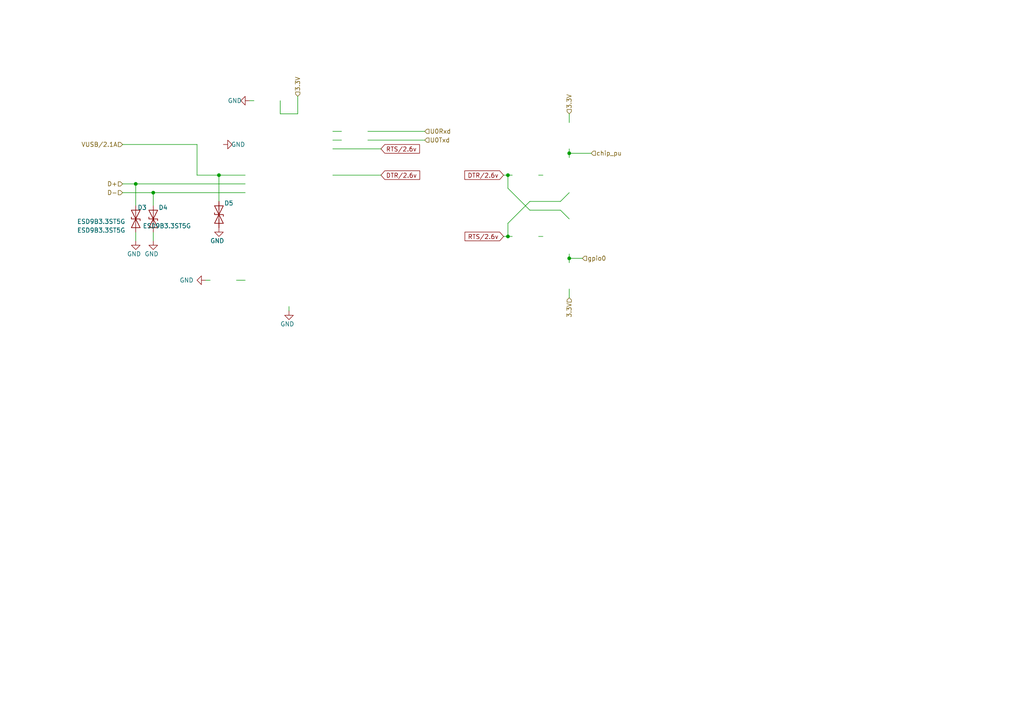
<source format=kicad_sch>
(kicad_sch (version 20250114) (generator "eeschema") (generator_version "9.0")
  (paper "A4")
  (title_block (title "USB Interface") (date "2024-10-17") (rev "01") (company "MIREA"))
  (lib_symbols
    (symbol "Diode:ESD9B3.3ST5G" (pin_numbers (hide yes)) (pin_names (offset 1.016) (hide yes))
      (property "Reference" "D" (at 0 2.54 0))
      (property "Value" "ESD9B3.3ST5G" (at 0 -2.54 0))
      (symbol "ESD9B3.3ST5G_0_1"
        (polyline (pts (xy -2.54 -1.27) (xy 0 0) (xy -2.54 1.27) (xy -2.54 -1.27)) (stroke (width 0.2032)))
        (polyline (pts (xy 0.508 1.27) (xy 0 1.27) (xy 0 -1.27) (xy -0.508 -1.27)) (stroke (width 0.2032)))
        (polyline (pts (xy 1.27 0) (xy -1.27 0)))
        (polyline (pts (xy 2.54 1.27) (xy 2.54 -1.27) (xy 0 0) (xy 2.54 1.27)) (stroke (width 0.2032)))
      )
      (symbol "ESD9B3.3ST5G_1_1"
        (pin passive line (at -3.81 0 0) (length 2.54) (name "A1") (number "1"))
        (pin passive line (at 3.81 0 180) (length 2.54) (name "A2") (number "2"))
      )
    )
    (symbol "power:GND" (power) (pin_names (offset 0))
      (property "Value" "GND" (at 0 -3.81 0))
      (symbol "GND_0_1"
        (polyline (pts (xy 0 0) (xy 0 -1.27) (xy 1.27 -1.27) (xy 0 -2.54) (xy -1.27 -1.27) (xy 0 -1.27)))
      )
      (symbol "GND_1_1"
        (pin power_in line (at 0 0 270) (length 0) (hide yes) (name "GND") (number "1"))
      )
    )
  )
  (junction (at 39.37 53.34))
  (junction (at 147.32 68.58))
  (junction (at 165.1 44.45))
  (junction (at 147.32 50.8))
  (junction (at 165.1 74.93))
  (junction (at 44.45 55.88))
  (junction (at 63.5 50.8))
  (wire (pts (xy 110.49 50.8) (xy 96.52 50.8)))
  (wire (pts (xy 83.82 88.9) (xy 83.82 90.17)))
  (wire (pts (xy 153.67 60.96) (xy 162.56 60.96)))
  (wire (pts (xy 96.52 40.64) (xy 99.06 40.64)))
  (wire (pts (xy 165.1 55.88) (xy 162.56 58.42)))
  (wire (pts (xy 165.1 44.45) (xy 171.45 44.45)))
  (wire (pts (xy 57.15 41.91) (xy 57.15 50.8)))
  (wire (pts (xy 165.1 74.93) (xy 165.1 73.66)))
  (wire (pts (xy 44.45 55.88) (xy 44.45 59.69)))
  (wire (pts (xy 153.67 58.42) (xy 147.32 64.77)))
  (wire (pts (xy 165.1 33.02) (xy 165.1 35.56)))
  (wire (pts (xy 35.56 53.34) (xy 39.37 53.34)))
  (wire (pts (xy 106.68 38.1) (xy 123.19 38.1)))
  (wire (pts (xy 156.21 50.8) (xy 157.48 50.8)))
  (wire (pts (xy 72.39 29.21) (xy 73.66 29.21)))
  (wire (pts (xy 63.5 50.8) (xy 71.12 50.8)))
  (wire (pts (xy 99.06 38.1) (xy 96.52 38.1)))
  (wire (pts (xy 147.32 64.77) (xy 147.32 68.58)))
  (wire (pts (xy 147.32 68.58) (xy 148.59 68.58)))
  (wire (pts (xy 162.56 60.96) (xy 165.1 63.5)))
  (wire (pts (xy 81.28 33.02) (xy 86.36 33.02)))
  (wire (pts (xy 165.1 76.2) (xy 165.1 74.93)))
  (wire (pts (xy 44.45 55.88) (xy 71.12 55.88)))
  (wire (pts (xy 147.32 50.8) (xy 147.32 54.61)))
  (wire (pts (xy 165.1 74.93) (xy 168.91 74.93)))
  (wire (pts (xy 147.32 50.8) (xy 148.59 50.8)))
  (wire (pts (xy 81.28 29.21) (xy 81.28 33.02)))
  (wire (pts (xy 146.05 50.8) (xy 147.32 50.8)))
  (wire (pts (xy 39.37 59.69) (xy 39.37 53.34)))
  (wire (pts (xy 106.68 40.64) (xy 123.19 40.64)))
  (wire (pts (xy 110.49 43.18) (xy 96.52 43.18)))
  (wire (pts (xy 68.58 81.28) (xy 71.12 81.28)))
  (wire (pts (xy 63.5 50.8) (xy 63.5 58.42)))
  (wire (pts (xy 153.67 58.42) (xy 162.56 58.42)))
  (wire (pts (xy 39.37 67.31) (xy 39.37 69.85)))
  (wire (pts (xy 165.1 43.18) (xy 165.1 44.45)))
  (wire (pts (xy 44.45 67.31) (xy 44.45 69.85)))
  (wire (pts (xy 156.21 68.58) (xy 157.48 68.58)))
  (wire (pts (xy 165.1 44.45) (xy 165.1 45.72)))
  (wire (pts (xy 146.05 68.58) (xy 147.32 68.58)))
  (wire (pts (xy 147.32 54.61) (xy 153.67 60.96)))
  (wire (pts (xy 86.36 27.94) (xy 86.36 33.02)))
  (wire (pts (xy 35.56 41.91) (xy 57.15 41.91)))
  (wire (pts (xy 57.15 50.8) (xy 63.5 50.8)))
  (wire (pts (xy 35.56 55.88) (xy 44.45 55.88)))
  (wire (pts (xy 39.37 53.34) (xy 71.12 53.34)))
  (wire (pts (xy 59.69 81.28) (xy 60.96 81.28)))
  (wire (pts (xy 165.1 83.82) (xy 165.1 86.36)))
  (global_label "DTR{slash}2.6v" (shape input) (at 110.49 50.8 0) (property "Intersheetrefs" "${INTERSHEET_REFS}" (effects (hide yes))))
  (global_label "RTS{slash}2.6v" (shape input) (at 146.05 68.58 180) (property "Intersheetrefs" "${INTERSHEET_REFS}" (effects (hide yes))))
  (global_label "RTS{slash}2.6v" (shape input) (at 110.49 43.18 0) (property "Intersheetrefs" "${INTERSHEET_REFS}" (effects (hide yes))))
  (global_label "DTR{slash}2.6v" (shape input) (at 146.05 50.8 180) (property "Intersheetrefs" "${INTERSHEET_REFS}" (effects (hide yes))))
  (hierarchical_label "chip_pu" (shape input) (at 171.45 44.45 0))
  (hierarchical_label "U0Txd" (shape input) (at 123.19 40.64 0))
  (hierarchical_label "3.3V" (shape input) (at 165.1 33.02 90))
  (hierarchical_label "D-" (shape input) (at 35.56 55.88 180))
  (hierarchical_label "D+" (shape input) (at 35.56 53.34 180))
  (hierarchical_label "3.3V" (shape input) (at 165.1 86.36 270))
  (hierarchical_label "U0Rxd" (shape input) (at 123.19 38.1 0))
  (hierarchical_label "3.3V" (shape input) (at 86.36 27.94 90))
  (hierarchical_label "gpio0" (shape input) (at 168.91 74.93 0))
  (hierarchical_label "VUSB{slash}2.1A" (shape input) (at 35.56 41.91 180))
  (symbol (lib_id "power:GND") (at 44.45 69.85 0) (unit 1)
    (property "Reference" "#PWR058" (effects (hide yes)))
    (property "Value" "GND" (at 41.91 73.66 0) (effects (justify left)))
  )
  (symbol (lib_id "Diode:ESD9B3.3ST5G") (at 63.5 62.23 90) (unit 1)
    (property "Reference" "D5" (at 65.024 58.928 90) (effects (justify right)))
    (property "Value" "ESD9B3.3ST5G" (at 41.402 65.532 90) (effects (justify right)))
    (property "Footprint" "Diode_SMD:D_SOD-923" (effects (hide yes)))
    (property "Datasheet" "https://www.onsemi.com/pub/Collateral/ESD9B-D.PDF" (effects (hide yes)))
    (property "Description" "ESD protection diode, 3.3Vrwm, SOD-923" (effects (hide yes)))
  )
  (symbol (lib_id "power:GND") (at 39.37 69.85 0) (unit 1)
    (property "Reference" "#PWR057" (effects (hide yes)))
    (property "Value" "GND" (at 36.83 73.66 0) (effects (justify left)))
  )
  (symbol (lib_id "power:GND") (at 72.39 29.21 270) (unit 1)
    (property "Reference" "#PWR062" (effects (hide yes)))
    (property "Value" "GND" (at 66.04 29.21 90) (effects (justify left)))
    (instances (project "myocell2" (path "" (reference "#PWR062") (unit 1))) (project "myocell2" (path "" (reference "#PWR?") (unit 1))) (project "ADS1292EMG2x" (path "" (reference "#PWR?") (unit 1))))
  )
  (symbol (lib_id "Diode:ESD9B3.3ST5G") (at 39.37 63.5 90) (unit 1)
    (property "Reference" "D3" (at 39.878 60.198 90) (effects (justify right)))
    (property "Value" "ESD9B3.3ST5G" (at 22.352 64.262 90) (effects (justify right)))
    (property "Footprint" "Diode_SMD:D_SOD-923" (effects (hide yes)))
    (property "Datasheet" "https://www.onsemi.com/pub/Collateral/ESD9B-D.PDF" (effects (hide yes)))
    (property "Description" "ESD protection diode, 3.3Vrwm, SOD-923" (effects (hide yes)))
  )
  (symbol (lib_id "power:GND") (at 59.69 81.28 270) (unit 1)
    (property "Reference" "#PWR059" (effects (hide yes)))
    (property "Value" "GND" (at 52.07 81.28 90) (effects (justify left)))
    (instances (project "myocell2" (path "" (reference "#PWR059") (unit 1))) (project "myocell2" (path "" (reference "#PWR?") (unit 1))) (project "ADS1292EMG2x" (path "" (reference "#PWR?") (unit 1))))
  )
  (symbol (lib_id "power:GND") (at 83.82 90.17 0) (unit 1)
    (property "Reference" "#PWR063" (effects (hide yes)))
    (property "Value" "GND" (at 81.28 93.98 0) (effects (justify left)))
    (instances (project "myocell2" (path "" (reference "#PWR063") (unit 1))) (project "myocell2" (path "" (reference "#PWR?") (unit 1))) (project "ADS1292EMG2x" (path "" (reference "#PWR?") (unit 1))))
  )
  (symbol (lib_id "power:GND") (at 64.77 41.91 90) (unit 1)
    (property "Reference" "#PWR061" (effects (hide yes)))
    (property "Value" "GND" (at 71.12 41.91 90) (effects (justify left)))
    (instances (project "myocell2" (path "" (reference "#PWR061") (unit 1))) (project "myocell2" (path "" (reference "#PWR?") (unit 1))) (project "ADS1292EMG2x" (path "" (reference "#PWR?") (unit 1))))
  )
  (symbol (lib_id "Diode:ESD9B3.3ST5G") (at 44.45 63.5 90) (unit 1)
    (property "Reference" "D4" (at 45.974 60.198 90) (effects (justify right)))
    (property "Value" "ESD9B3.3ST5G" (at 22.352 66.802 90) (effects (justify right)))
    (property "Footprint" "Diode_SMD:D_SOD-923" (effects (hide yes)))
    (property "Datasheet" "https://www.onsemi.com/pub/Collateral/ESD9B-D.PDF" (effects (hide yes)))
    (property "Description" "ESD protection diode, 3.3Vrwm, SOD-923" (effects (hide yes)))
  )
  (symbol (lib_id "power:GND") (at 63.5 66.04 0) (unit 1)
    (property "Reference" "#PWR060" (effects (hide yes)))
    (property "Value" "GND" (at 60.96 69.85 0) (effects (justify left)))
  )
)
</source>
